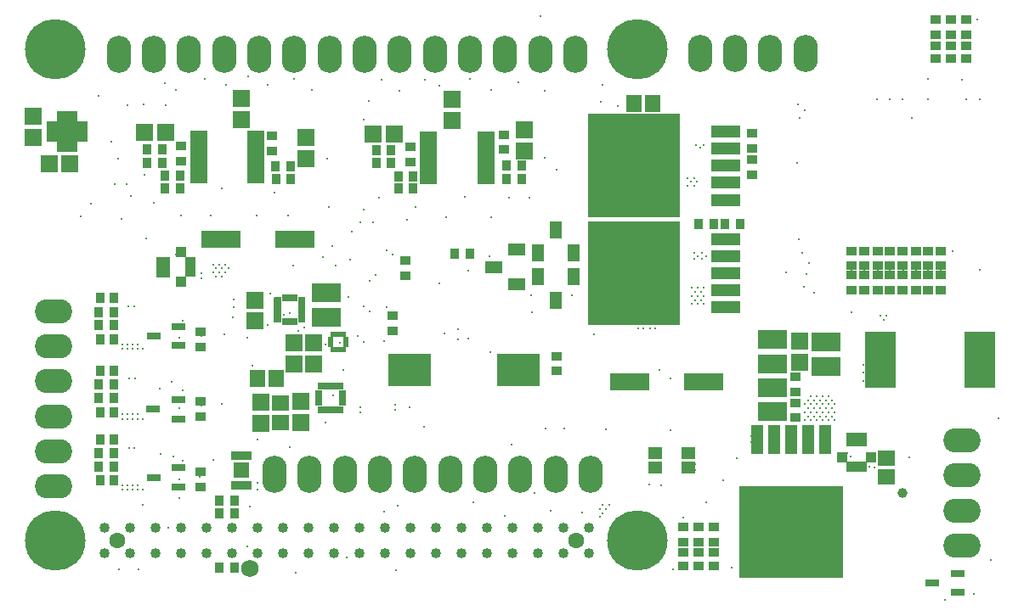
<source format=gts>
G04*
G04 #@! TF.GenerationSoftware,Altium Limited,Altium Designer,18.0.7 (293)*
G04*
G04 Layer_Color=8388736*
%FSLAX25Y25*%
%MOIN*%
G70*
G01*
G75*
%ADD49R,0.09843X0.03051*%
%ADD50R,0.03051X0.06299*%
%ADD51R,0.03051X0.06299*%
%ADD52R,0.03051X0.09843*%
%ADD53R,0.06299X0.03051*%
%ADD54R,0.06299X0.03051*%
%ADD55R,0.02008X0.03740*%
%ADD56R,0.06312X0.05918*%
%ADD57R,0.15564X0.06706*%
%ADD58C,0.06800*%
%ADD59R,0.03556X0.04343*%
%ADD60R,0.04343X0.03556*%
%ADD61R,0.06706X0.05918*%
%ADD62R,0.06706X0.06509*%
%ADD63R,0.06509X0.06706*%
%ADD64R,0.12217X0.22060*%
%ADD65R,0.07099X0.04737*%
%ADD66R,0.04737X0.07099*%
%ADD67R,0.01981X0.04147*%
%ADD68R,0.04147X0.01981*%
%ADD69R,0.05800X0.03950*%
%ADD70R,0.04800X0.11400*%
%ADD71R,0.40800X0.36000*%
%ADD72R,0.11400X0.04800*%
%ADD73R,0.36000X0.40800*%
%ADD74R,0.03950X0.05800*%
%ADD75R,0.07874X0.07874*%
%ADD76R,0.01968X0.02953*%
%ADD77R,0.02953X0.01968*%
%ADD78R,0.02178X0.02296*%
%ADD79R,0.07126X0.02559*%
%ADD80R,0.05564X0.03123*%
%ADD81R,0.05328X0.04934*%
%ADD82R,0.16548X0.12611*%
%ADD83R,0.04343X0.03556*%
%ADD84R,0.03556X0.04343*%
%ADD85R,0.05918X0.06706*%
%ADD86R,0.11400X0.07493*%
%ADD87C,0.23716*%
%ADD88C,0.04016*%
%ADD89C,0.06299*%
%ADD90O,0.09658X0.14580*%
%ADD91O,0.14580X0.09658*%
%ADD92C,0.01300*%
%ADD93C,0.00787*%
%ADD94C,0.03937*%
D49*
X259213Y265600D02*
D03*
X259213Y274951D02*
D03*
D50*
X254538Y270276D02*
D03*
D51*
X263888Y270276D02*
D03*
D52*
X238238Y304724D02*
D03*
X247589D02*
D03*
D53*
X242913Y309400D02*
D03*
D54*
Y300049D02*
D03*
D55*
X226969Y247618D02*
D03*
X225000D02*
D03*
X223031D02*
D03*
X221063D02*
D03*
Y235846D02*
D03*
X223031D02*
D03*
X225000D02*
D03*
X226969D02*
D03*
D56*
X224016Y241732D02*
D03*
D57*
X216039Y332677D02*
D03*
X245079D02*
D03*
X376425Y276378D02*
D03*
X405465D02*
D03*
D58*
X227559Y203346D02*
D03*
D59*
X221260Y203543D02*
D03*
X215354D02*
D03*
X221260Y224803D02*
D03*
X215354D02*
D03*
X221260Y229921D02*
D03*
X215354D02*
D03*
X276969Y362598D02*
D03*
X282874D02*
D03*
X193110D02*
D03*
X187205D02*
D03*
X276969Y367520D02*
D03*
X282874D02*
D03*
X193071Y367913D02*
D03*
X187165D02*
D03*
X237598Y356299D02*
D03*
X243504D02*
D03*
X334055D02*
D03*
X328150D02*
D03*
X237402Y361221D02*
D03*
X243307D02*
D03*
X334055Y361417D02*
D03*
X328150D02*
D03*
X200000Y352559D02*
D03*
X194095D02*
D03*
X285630Y352362D02*
D03*
X291535D02*
D03*
X200000Y357480D02*
D03*
X194095D02*
D03*
X285630Y357283D02*
D03*
X291535D02*
D03*
X313779Y326969D02*
D03*
X307874D02*
D03*
X168110Y243307D02*
D03*
X174016D02*
D03*
X168110Y270079D02*
D03*
X174016D02*
D03*
X168110Y298819D02*
D03*
X174016D02*
D03*
X403543Y338583D02*
D03*
X409449D02*
D03*
X168110Y248425D02*
D03*
X174016D02*
D03*
X168110Y303937D02*
D03*
X174016D02*
D03*
X168110Y275394D02*
D03*
X174016D02*
D03*
X413779Y338583D02*
D03*
X419685D02*
D03*
D60*
X397244Y219489D02*
D03*
Y213584D02*
D03*
X200394Y363189D02*
D03*
Y369094D02*
D03*
X290354Y368898D02*
D03*
Y362992D02*
D03*
X236221Y367323D02*
D03*
Y373228D02*
D03*
X327165Y373622D02*
D03*
Y367717D02*
D03*
X283268Y302559D02*
D03*
Y296654D02*
D03*
X347638Y280709D02*
D03*
Y286614D02*
D03*
X288386Y324213D02*
D03*
Y318307D02*
D03*
X502362Y418701D02*
D03*
Y412795D02*
D03*
X403346Y219488D02*
D03*
Y213583D02*
D03*
X508465Y418701D02*
D03*
Y412795D02*
D03*
X498425Y322047D02*
D03*
Y327953D02*
D03*
X496260Y418701D02*
D03*
Y412795D02*
D03*
X498425Y312598D02*
D03*
Y318504D02*
D03*
X483465Y312598D02*
D03*
Y318504D02*
D03*
X493504Y312598D02*
D03*
Y318504D02*
D03*
X483465Y322047D02*
D03*
Y327953D02*
D03*
X493504Y322047D02*
D03*
Y327953D02*
D03*
X488583Y312598D02*
D03*
Y318504D02*
D03*
X463386Y327952D02*
D03*
Y322046D02*
D03*
X488583Y322047D02*
D03*
Y327953D02*
D03*
X463386Y318503D02*
D03*
Y312597D02*
D03*
X478543Y312598D02*
D03*
Y318504D02*
D03*
X468504Y327952D02*
D03*
Y322046D02*
D03*
X478543Y322047D02*
D03*
Y327953D02*
D03*
X468504Y318503D02*
D03*
Y312597D02*
D03*
X473622Y327953D02*
D03*
Y322047D02*
D03*
Y318504D02*
D03*
Y312598D02*
D03*
X208071Y241142D02*
D03*
Y235236D02*
D03*
X208071Y268898D02*
D03*
Y262992D02*
D03*
X208071Y296260D02*
D03*
Y290354D02*
D03*
X409449Y213583D02*
D03*
Y219488D02*
D03*
X424408Y374212D02*
D03*
Y368307D02*
D03*
X424409Y363779D02*
D03*
Y357874D02*
D03*
X441339Y272638D02*
D03*
Y278543D02*
D03*
Y262402D02*
D03*
Y268307D02*
D03*
D61*
X477165Y239173D02*
D03*
Y246654D02*
D03*
X239370Y268110D02*
D03*
Y260630D02*
D03*
D62*
X244882Y283661D02*
D03*
Y291929D02*
D03*
X252362Y283661D02*
D03*
Y291929D02*
D03*
X231693Y260236D02*
D03*
Y268504D02*
D03*
X247244Y260433D02*
D03*
Y268701D02*
D03*
X142323Y372638D02*
D03*
Y380906D02*
D03*
X442913Y292520D02*
D03*
Y284252D02*
D03*
X335039Y367323D02*
D03*
Y375590D02*
D03*
X249410Y364173D02*
D03*
Y372441D02*
D03*
X306890Y379331D02*
D03*
Y387598D02*
D03*
X224213Y387795D02*
D03*
Y379528D02*
D03*
X229528Y300394D02*
D03*
Y308661D02*
D03*
D63*
X148622Y362205D02*
D03*
X156890D02*
D03*
X275787Y373819D02*
D03*
X284055D02*
D03*
X186024Y374410D02*
D03*
X194291D02*
D03*
D64*
X513583Y285236D02*
D03*
X474606D02*
D03*
D65*
X323031Y321654D02*
D03*
X332087Y314764D02*
D03*
Y328543D02*
D03*
D66*
X347441Y336221D02*
D03*
X340551Y327165D02*
D03*
X354331D02*
D03*
X347441Y308661D02*
D03*
X354331Y317717D02*
D03*
X340551D02*
D03*
D67*
X201378Y327362D02*
D03*
Y315945D02*
D03*
X199409D02*
D03*
Y327362D02*
D03*
X468307Y243110D02*
D03*
X466339D02*
D03*
X464370D02*
D03*
X462402D02*
D03*
X158606Y368913D02*
D03*
X156638D02*
D03*
X154669D02*
D03*
X152701D02*
D03*
X152740Y380740D02*
D03*
X154709D02*
D03*
X156677D02*
D03*
X158646D02*
D03*
D68*
X204134Y324606D02*
D03*
Y322638D02*
D03*
Y320669D02*
D03*
Y318701D02*
D03*
X471063Y245866D02*
D03*
X459646D02*
D03*
X471063Y247835D02*
D03*
X459646D02*
D03*
X149779Y371835D02*
D03*
Y373803D02*
D03*
Y375772D02*
D03*
Y377740D02*
D03*
X161606D02*
D03*
Y375772D02*
D03*
Y373803D02*
D03*
Y371835D02*
D03*
D69*
X193504Y323622D02*
D03*
Y319685D02*
D03*
D70*
X453164Y253710D02*
D03*
X446464D02*
D03*
X439764D02*
D03*
X433071Y253740D02*
D03*
X426364Y253710D02*
D03*
D71*
X439764Y217510D02*
D03*
D72*
X414153Y348017D02*
D03*
Y354717D02*
D03*
Y361417D02*
D03*
X414183Y368110D02*
D03*
X414153Y374817D02*
D03*
Y305891D02*
D03*
Y312591D02*
D03*
Y319291D02*
D03*
X414183Y325985D02*
D03*
X414153Y332691D02*
D03*
D73*
X377953Y361417D02*
D03*
Y319291D02*
D03*
D74*
X467323Y253740D02*
D03*
X463386D02*
D03*
D75*
X155709Y374803D02*
D03*
D76*
X255276Y265591D02*
D03*
X257244D02*
D03*
X259213D02*
D03*
X261181D02*
D03*
X263150D02*
D03*
Y274961D02*
D03*
X261181D02*
D03*
X259213D02*
D03*
X257244D02*
D03*
X255276D02*
D03*
X240945Y300039D02*
D03*
X242913D02*
D03*
X244882D02*
D03*
Y309409D02*
D03*
X242913D02*
D03*
X240945D02*
D03*
D77*
X263898Y268307D02*
D03*
Y270276D02*
D03*
Y272244D02*
D03*
X254528D02*
D03*
Y270276D02*
D03*
Y268307D02*
D03*
X238228Y308661D02*
D03*
Y306693D02*
D03*
Y304724D02*
D03*
Y302756D02*
D03*
Y300787D02*
D03*
X247598D02*
D03*
Y302756D02*
D03*
Y304724D02*
D03*
Y306693D02*
D03*
Y308661D02*
D03*
D78*
X260098Y295295D02*
D03*
X262067D02*
D03*
X264035D02*
D03*
X265079Y293268D02*
D03*
Y291299D02*
D03*
X264035Y289272D02*
D03*
X262067D02*
D03*
X260098D02*
D03*
X259055Y291299D02*
D03*
Y293268D02*
D03*
D79*
X297362Y355610D02*
D03*
Y358169D02*
D03*
Y360728D02*
D03*
Y363287D02*
D03*
Y365846D02*
D03*
Y368406D02*
D03*
Y370965D02*
D03*
Y373524D02*
D03*
X319961D02*
D03*
Y370965D02*
D03*
Y368406D02*
D03*
Y365846D02*
D03*
Y363287D02*
D03*
Y360728D02*
D03*
Y358169D02*
D03*
Y355610D02*
D03*
X207283Y355906D02*
D03*
Y358465D02*
D03*
Y361024D02*
D03*
Y363583D02*
D03*
Y366142D02*
D03*
Y368701D02*
D03*
Y371260D02*
D03*
Y373819D02*
D03*
X229882D02*
D03*
Y371260D02*
D03*
Y368701D02*
D03*
Y366142D02*
D03*
Y363583D02*
D03*
Y361024D02*
D03*
Y358465D02*
D03*
Y355906D02*
D03*
D80*
X199449Y290748D02*
D03*
Y298228D02*
D03*
X189567Y294488D02*
D03*
X199429Y262008D02*
D03*
Y269488D02*
D03*
X189547Y265748D02*
D03*
X199449Y235236D02*
D03*
Y242717D02*
D03*
X189567Y238976D02*
D03*
X504941Y193701D02*
D03*
Y201181D02*
D03*
X495059Y197441D02*
D03*
D81*
X399508Y242815D02*
D03*
Y248524D02*
D03*
X386319D02*
D03*
Y242815D02*
D03*
D82*
X332677Y281299D02*
D03*
X290158D02*
D03*
D83*
X397244Y204331D02*
D03*
Y209449D02*
D03*
X496260Y403543D02*
D03*
Y408661D02*
D03*
X508465Y403543D02*
D03*
Y408661D02*
D03*
X403346Y204331D02*
D03*
Y209449D02*
D03*
X502362Y403543D02*
D03*
Y408661D02*
D03*
X409449Y209449D02*
D03*
Y204331D02*
D03*
D84*
X168898Y293307D02*
D03*
X174016D02*
D03*
X168898Y264567D02*
D03*
X174016D02*
D03*
X168898Y237795D02*
D03*
X174016D02*
D03*
X168898Y280709D02*
D03*
X174016D02*
D03*
X168898Y309449D02*
D03*
X174016D02*
D03*
X168898Y253937D02*
D03*
X174016D02*
D03*
D85*
X377953Y385827D02*
D03*
X385433D02*
D03*
X230315Y277756D02*
D03*
X237795D02*
D03*
D86*
X453543Y282677D02*
D03*
Y292126D02*
D03*
X432283Y283661D02*
D03*
Y293110D02*
D03*
Y274213D02*
D03*
Y264764D02*
D03*
X257480Y311417D02*
D03*
Y301969D02*
D03*
D87*
X379528Y407087D02*
D03*
Y214173D02*
D03*
X151181Y407087D02*
D03*
Y214173D02*
D03*
D88*
X190354Y219193D02*
D03*
X170374Y209154D02*
D03*
X180413Y219193D02*
D03*
Y209154D02*
D03*
X170374Y219193D02*
D03*
X200394D02*
D03*
X210433Y209154D02*
D03*
Y219193D02*
D03*
X200394Y209154D02*
D03*
X220374Y219193D02*
D03*
X190354Y209154D02*
D03*
X220374D02*
D03*
X280315D02*
D03*
X250295D02*
D03*
X280315Y219193D02*
D03*
X260335Y209154D02*
D03*
X270374Y219193D02*
D03*
Y209154D02*
D03*
X260335Y219193D02*
D03*
X230315D02*
D03*
X240354Y209154D02*
D03*
Y219193D02*
D03*
X230315Y209154D02*
D03*
X250295Y219193D02*
D03*
X340256Y209252D02*
D03*
X310236Y209154D02*
D03*
X340354Y219193D02*
D03*
X320276Y209252D02*
D03*
X330315Y219193D02*
D03*
Y209252D02*
D03*
X320276Y219193D02*
D03*
X290354D02*
D03*
X300295Y209154D02*
D03*
Y219193D02*
D03*
X290354Y209154D02*
D03*
X310236Y219193D02*
D03*
X350295Y209154D02*
D03*
Y219193D02*
D03*
X360335D02*
D03*
X360335Y209154D02*
D03*
D89*
X175394Y214173D02*
D03*
X355315D02*
D03*
D90*
X327559Y405315D02*
D03*
X313779D02*
D03*
X231102D02*
D03*
X244882D02*
D03*
X300000D02*
D03*
X286221D02*
D03*
X203543D02*
D03*
X217323D02*
D03*
X258661D02*
D03*
X272441D02*
D03*
X189764D02*
D03*
X175984D02*
D03*
X305907Y240119D02*
D03*
X292127D02*
D03*
X319686D02*
D03*
X333466D02*
D03*
X341339Y405315D02*
D03*
X355118D02*
D03*
X417717Y405512D02*
D03*
X403937D02*
D03*
X431496D02*
D03*
X445276D02*
D03*
X237008Y240158D02*
D03*
X250787D02*
D03*
X278346D02*
D03*
X264567D02*
D03*
X347244D02*
D03*
X361024D02*
D03*
D91*
X150394Y249213D02*
D03*
Y235433D02*
D03*
Y290551D02*
D03*
Y304331D02*
D03*
Y276772D02*
D03*
Y262992D02*
D03*
X506891Y253504D02*
D03*
Y239725D02*
D03*
Y212166D02*
D03*
Y225945D02*
D03*
D92*
X257874Y364173D02*
D03*
X258268Y345276D02*
D03*
X322047Y341142D02*
D03*
X304528D02*
D03*
X288976Y340354D02*
D03*
X329134Y349016D02*
D03*
X337205D02*
D03*
X237205Y350787D02*
D03*
X311614Y349213D02*
D03*
X227559Y248425D02*
D03*
X257086Y260629D02*
D03*
X227362Y227559D02*
D03*
X230315Y234055D02*
D03*
X226378Y212008D02*
D03*
X230315Y236811D02*
D03*
X511417Y193307D02*
D03*
X486221Y246850D02*
D03*
X416535Y203543D02*
D03*
X226575Y396457D02*
D03*
X234252Y393110D02*
D03*
X209646Y395669D02*
D03*
X217913Y393109D02*
D03*
X198425Y391339D02*
D03*
X194476Y385249D02*
D03*
X301575Y392717D02*
D03*
X500197Y190945D02*
D03*
X337598Y310433D02*
D03*
X353739Y310432D02*
D03*
X338189Y303937D02*
D03*
X512598Y418898D02*
D03*
X244882Y395472D02*
D03*
X296063Y395276D02*
D03*
X313779Y395472D02*
D03*
X167913Y388779D02*
D03*
X239173Y270472D02*
D03*
X228346Y282874D02*
D03*
X226378Y293701D02*
D03*
X234449Y298819D02*
D03*
X230512Y253937D02*
D03*
X285433Y227755D02*
D03*
X243110Y250984D02*
D03*
X444685Y313779D02*
D03*
X445669Y318701D02*
D03*
X437598Y319685D02*
D03*
X521062Y262204D02*
D03*
X280118Y225394D02*
D03*
X412992Y237795D02*
D03*
X418307Y246654D02*
D03*
X406298Y229330D02*
D03*
X517913Y206496D02*
D03*
X451378Y292323D02*
D03*
X455512D02*
D03*
X493504Y395472D02*
D03*
X444094Y327165D02*
D03*
X446653Y323228D02*
D03*
X216535Y352362D02*
D03*
X189764Y346850D02*
D03*
X277953Y348819D02*
D03*
X314961Y229331D02*
D03*
X506890Y395079D02*
D03*
X341535Y420275D02*
D03*
X365747Y393109D02*
D03*
X365158Y386614D02*
D03*
X371654Y384842D02*
D03*
X309055Y293110D02*
D03*
Y297244D02*
D03*
X513583Y387598D02*
D03*
X388779Y235826D02*
D03*
X384055Y236221D02*
D03*
X392520Y257480D02*
D03*
X284646Y202559D02*
D03*
X362402Y295079D02*
D03*
X442717Y332677D02*
D03*
X493504Y387402D02*
D03*
X367913Y366339D02*
D03*
X487008Y380315D02*
D03*
X508465Y387598D02*
D03*
X345276Y225787D02*
D03*
X339180Y232700D02*
D03*
X357677Y225197D02*
D03*
X327362Y223819D02*
D03*
X321850Y288189D02*
D03*
X366929Y257874D02*
D03*
X350787Y258070D02*
D03*
X343307Y258071D02*
D03*
X347835Y359842D02*
D03*
X343109Y364566D02*
D03*
X303740Y295472D02*
D03*
X280118Y292519D02*
D03*
X295693Y258834D02*
D03*
X289961Y266535D02*
D03*
X513583Y320472D02*
D03*
X245472Y201378D02*
D03*
X265551Y207480D02*
D03*
X397441Y223228D02*
D03*
X266142Y309842D02*
D03*
X255906Y325394D02*
D03*
X463386Y303740D02*
D03*
X267323Y335630D02*
D03*
X259646Y329921D02*
D03*
X244291Y322244D02*
D03*
X270669Y339173D02*
D03*
X448818Y311613D02*
D03*
X388189Y281299D02*
D03*
X392323Y277756D02*
D03*
X473425Y387402D02*
D03*
X483465D02*
D03*
X478543D02*
D03*
X442126Y362598D02*
D03*
X503150Y327953D02*
D03*
X161221Y341535D02*
D03*
X164961Y346654D02*
D03*
X179527Y385039D02*
D03*
X195472Y219291D02*
D03*
X185433Y228149D02*
D03*
X249606Y335630D02*
D03*
X478543Y320276D02*
D03*
X483661D02*
D03*
X488583D02*
D03*
X493504D02*
D03*
X498425D02*
D03*
X294291Y280709D02*
D03*
X275787Y339173D02*
D03*
X272047Y344291D02*
D03*
X292323Y345276D02*
D03*
X286023Y390747D02*
D03*
X322047Y391141D02*
D03*
X342913Y390747D02*
D03*
X332677Y394094D02*
D03*
X212007Y341732D02*
D03*
X186208Y357822D02*
D03*
X229921Y341929D02*
D03*
X200394D02*
D03*
X180709Y349410D02*
D03*
X242323Y341732D02*
D03*
X329921Y251969D02*
D03*
X174409Y354330D02*
D03*
X473621Y320276D02*
D03*
X468504Y320275D02*
D03*
X463385Y320275D02*
D03*
X179133Y354330D02*
D03*
X274016Y387008D02*
D03*
X279134Y395276D02*
D03*
X272047Y379527D02*
D03*
X194094Y393700D02*
D03*
X185826Y385432D02*
D03*
X251575Y391339D02*
D03*
D93*
X212992Y245866D02*
D03*
X182087Y306102D02*
D03*
X182283Y277756D02*
D03*
X182087Y250394D02*
D03*
X191929Y273819D02*
D03*
X197244Y247047D02*
D03*
X192249Y248031D02*
D03*
X477165Y302559D02*
D03*
X474803D02*
D03*
X179724Y306102D02*
D03*
X179921Y250394D02*
D03*
X180118Y277756D02*
D03*
X183268Y261811D02*
D03*
X179331Y263779D02*
D03*
X181299D02*
D03*
Y261811D02*
D03*
X177362D02*
D03*
X179331D02*
D03*
X260039Y271062D02*
D03*
X470472Y243110D02*
D03*
X472440Y242913D02*
D03*
X401968Y244094D02*
D03*
X398819Y244094D02*
D03*
X181299Y236024D02*
D03*
Y234055D02*
D03*
X284252Y267520D02*
D03*
Y265551D02*
D03*
X270669Y266535D02*
D03*
Y264567D02*
D03*
X449803D02*
D03*
X220866Y301969D02*
D03*
X221063Y305709D02*
D03*
Y308858D02*
D03*
X257087Y291142D02*
D03*
X263976Y281299D02*
D03*
X235236Y311220D02*
D03*
X240572Y302735D02*
D03*
X198425Y326575D02*
D03*
X216535Y267717D02*
D03*
X246259Y296653D02*
D03*
X395669Y374213D02*
D03*
X176181Y202953D02*
D03*
X183661Y202756D02*
D03*
X384449Y297441D02*
D03*
X416535Y368504D02*
D03*
X418110Y369685D02*
D03*
X411811D02*
D03*
X414961Y367323D02*
D03*
X411811D02*
D03*
X413386Y368504D02*
D03*
X410236D02*
D03*
X418110Y367323D02*
D03*
X414961Y369685D02*
D03*
X408661Y367323D02*
D03*
Y369685D02*
D03*
X274410Y316339D02*
D03*
X394882Y331299D02*
D03*
Y328150D02*
D03*
X392520Y331299D02*
D03*
X392520Y325000D02*
D03*
X394882D02*
D03*
X393701Y326575D02*
D03*
X364567Y226575D02*
D03*
X367126Y226575D02*
D03*
X365748Y228150D02*
D03*
Y225000D02*
D03*
X429528Y282677D02*
D03*
X427953Y283858D02*
D03*
X434252Y281496D02*
D03*
X432677Y282677D02*
D03*
X434252Y283858D02*
D03*
X435827Y282677D02*
D03*
X431102Y283858D02*
D03*
X452165Y270866D02*
D03*
X449803D02*
D03*
X447441D02*
D03*
X453346Y262992D02*
D03*
X454528Y270866D02*
D03*
X456890Y267717D02*
D03*
X447441Y261417D02*
D03*
X448622Y269291D02*
D03*
Y266142D02*
D03*
X447441Y267717D02*
D03*
Y264567D02*
D03*
X449803Y267717D02*
D03*
Y261417D02*
D03*
X455709Y269291D02*
D03*
X456890Y264567D02*
D03*
X455709Y266142D02*
D03*
X454528Y264567D02*
D03*
X453346Y269291D02*
D03*
X454528Y267717D02*
D03*
X453346Y266142D02*
D03*
X450984Y269291D02*
D03*
X452165Y267717D02*
D03*
X450984Y266142D02*
D03*
X452165Y264567D02*
D03*
X450984Y262992D02*
D03*
X448622D02*
D03*
X455709D02*
D03*
X452165Y261417D02*
D03*
X456890D02*
D03*
X454528D02*
D03*
X446260Y262992D02*
D03*
X445079Y264567D02*
D03*
Y267717D02*
D03*
X446260Y266142D02*
D03*
Y269291D02*
D03*
X445079Y261417D02*
D03*
X446457Y257480D02*
D03*
X445276Y252756D02*
D03*
X446457Y251181D02*
D03*
X445276Y255906D02*
D03*
X446457Y254331D02*
D03*
X447638Y252756D02*
D03*
X445276Y249606D02*
D03*
X447638D02*
D03*
X475984Y300984D02*
D03*
X470472Y280118D02*
D03*
X470472Y283268D02*
D03*
X470472Y276969D02*
D03*
X468110D02*
D03*
X469291Y278543D02*
D03*
X199606Y230906D02*
D03*
X181299Y289370D02*
D03*
X179331D02*
D03*
X179331Y236024D02*
D03*
X177362D02*
D03*
X248622Y297835D02*
D03*
X393307Y202756D02*
D03*
X368307Y228150D02*
D03*
X364567Y223425D02*
D03*
X386417Y297441D02*
D03*
X427953Y281496D02*
D03*
X431102D02*
D03*
X401575Y327165D02*
D03*
X424016Y252756D02*
D03*
X425591Y253937D02*
D03*
X427165Y252756D02*
D03*
Y255118D02*
D03*
X401968Y241732D02*
D03*
X400394Y242913D02*
D03*
X398819Y241732D02*
D03*
X391732Y355118D02*
D03*
X404331Y311811D02*
D03*
X403150Y310236D02*
D03*
X404331Y308661D02*
D03*
X403150Y307087D02*
D03*
X401968Y308661D02*
D03*
X403150Y313386D02*
D03*
X401968Y311811D02*
D03*
X312992Y320276D02*
D03*
X288386Y324606D02*
D03*
X321457Y325984D02*
D03*
X196850Y276378D02*
D03*
X200984Y300590D02*
D03*
X281102Y305905D02*
D03*
X274410Y304331D02*
D03*
X272047Y306299D02*
D03*
X281102Y328150D02*
D03*
X276772Y318504D02*
D03*
X283464Y326574D02*
D03*
X312992Y293504D02*
D03*
X183268Y234055D02*
D03*
X269685Y294488D02*
D03*
X272047Y292126D02*
D03*
X301575Y315354D02*
D03*
X261024Y322047D02*
D03*
X266732Y324410D02*
D03*
X283268Y302559D02*
D03*
X262598Y291732D02*
D03*
X461614Y248425D02*
D03*
X379724Y297441D02*
D03*
X381693D02*
D03*
X390945Y313386D02*
D03*
Y307087D02*
D03*
Y310236D02*
D03*
X393307Y374213D02*
D03*
X445079Y383071D02*
D03*
X442520Y385433D02*
D03*
X442913Y380315D02*
D03*
X185236Y234055D02*
D03*
X175787Y364173D02*
D03*
X177165Y340550D02*
D03*
X186614Y332874D02*
D03*
X215354Y322638D02*
D03*
X208465Y319094D02*
D03*
X208465Y317126D02*
D03*
X217717Y322638D02*
D03*
X219094Y321063D02*
D03*
X216535D02*
D03*
X463189Y247244D02*
D03*
X424016Y255118D02*
D03*
X391732Y352756D02*
D03*
X393307Y353937D02*
D03*
Y356299D02*
D03*
X394882Y355118D02*
D03*
Y352756D02*
D03*
X399213Y356693D02*
D03*
X400394Y355118D02*
D03*
X401575Y356693D02*
D03*
X402756Y355118D02*
D03*
X401575Y353543D02*
D03*
X399213D02*
D03*
X395669Y313386D02*
D03*
X393307D02*
D03*
Y307087D02*
D03*
X392126Y311811D02*
D03*
Y308661D02*
D03*
X393307Y310236D02*
D03*
X394488Y311811D02*
D03*
X395669Y310236D02*
D03*
X394488Y308661D02*
D03*
X395669Y307087D02*
D03*
X394488Y305512D02*
D03*
X392126D02*
D03*
X405512Y313386D02*
D03*
X400787D02*
D03*
Y310236D02*
D03*
Y307087D02*
D03*
X405512Y310236D02*
D03*
Y307087D02*
D03*
X468110Y283268D02*
D03*
X469291Y281693D02*
D03*
X468110Y280118D02*
D03*
X471654Y281693D02*
D03*
Y278543D02*
D03*
X402362Y369685D02*
D03*
X403937Y368504D02*
D03*
X395669Y371063D02*
D03*
X393307Y367913D02*
D03*
X393307Y371063D02*
D03*
X394488Y369488D02*
D03*
Y372638D02*
D03*
X395669Y367913D02*
D03*
X405512Y369685D02*
D03*
X404724Y327165D02*
D03*
X440945Y258661D02*
D03*
X438583D02*
D03*
X440945Y252362D02*
D03*
X438583Y249213D02*
D03*
X439764Y257087D02*
D03*
Y253937D02*
D03*
X438583Y255512D02*
D03*
Y252362D02*
D03*
X440945Y255512D02*
D03*
Y249213D02*
D03*
X439764Y250787D02*
D03*
X417323Y324803D02*
D03*
Y327165D02*
D03*
X414173Y324803D02*
D03*
X412598Y325984D02*
D03*
X411024Y324803D02*
D03*
X409449Y325984D02*
D03*
X406299D02*
D03*
X404724Y324803D02*
D03*
X401575D02*
D03*
X393701Y329724D02*
D03*
X392520Y328150D02*
D03*
X403150Y325984D02*
D03*
X411024Y327165D02*
D03*
X415748Y325984D02*
D03*
X414173Y327165D02*
D03*
X447638Y255906D02*
D03*
X173228Y370866D02*
D03*
X212992Y322638D02*
D03*
X214173Y321063D02*
D03*
X217717Y319488D02*
D03*
X215354D02*
D03*
X212992D02*
D03*
X214173Y317913D02*
D03*
X216535D02*
D03*
X217322Y295275D02*
D03*
X242913Y303543D02*
D03*
X208268Y294488D02*
D03*
X208465Y267126D02*
D03*
X207677Y239173D02*
D03*
X199803Y238187D02*
D03*
X177362Y234055D02*
D03*
X179331D02*
D03*
X183268Y289370D02*
D03*
X185236D02*
D03*
X177362D02*
D03*
Y291339D02*
D03*
X179331D02*
D03*
X181299D02*
D03*
X183268D02*
D03*
X183268Y236024D02*
D03*
X183268Y263779D02*
D03*
X177362D02*
D03*
X185236Y261811D02*
D03*
X201029Y245478D02*
D03*
X200989Y273234D02*
D03*
X199803Y266140D02*
D03*
Y293699D02*
D03*
D94*
X483465Y232874D02*
D03*
M02*

</source>
